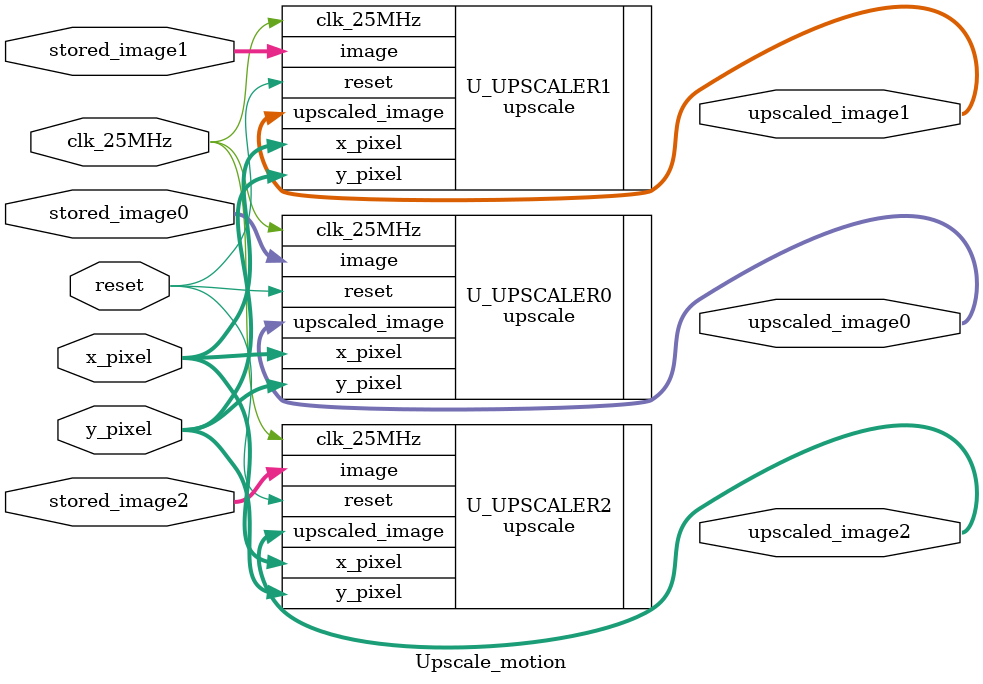
<source format=sv>
`timescale 1ns / 1ps

module Upscale_motion (
    input  logic        clk_25MHz,
    input  logic        reset,
    input  logic [ 9:0] x_pixel,
    input  logic [ 9:0] y_pixel,
    input  logic [11:0] stored_image0,
    input  logic [11:0] stored_image1,
    input  logic [11:0] stored_image2,
    output logic [11:0] upscaled_image0,
    output logic [11:0] upscaled_image1,
    output logic [11:0] upscaled_image2
);
    upscale U_UPSCALER0 (
        .clk_25MHz(clk_25MHz),
        .reset(reset),
        .x_pixel(x_pixel),
        .y_pixel(y_pixel),
        .image(stored_image0),
        .upscaled_image(upscaled_image0)
    );

    upscale U_UPSCALER1 (
        .clk_25MHz(clk_25MHz),
        .reset(reset),
        .x_pixel(x_pixel),
        .y_pixel(y_pixel),
        .image(stored_image1),
        .upscaled_image(upscaled_image1)
    );

    upscale U_UPSCALER2 (
        .clk_25MHz(clk_25MHz),
        .reset(reset),
        .x_pixel(x_pixel),
        .y_pixel(y_pixel),
        .image(stored_image2),
        .upscaled_image(upscaled_image2)
    );
endmodule

</source>
